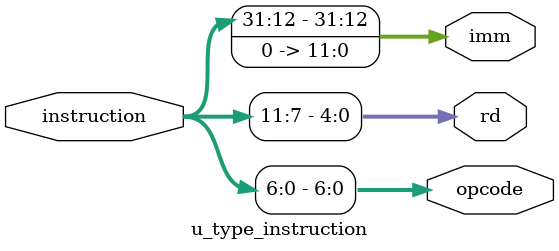
<source format=v>
module u_type_instruction (
    input  [31:0] instruction,
    output [6:0] opcode,
    output [4:0] rd,
    output reg [31:0] imm
);
    assign opcode = instruction[6:0];   
    assign rd     = instruction[11:7];  

    always @(*) begin
        imm = {instruction[31:12], 12'b0};  // Zero-extend and shift left by 12 bits
    end
endmodule


</source>
